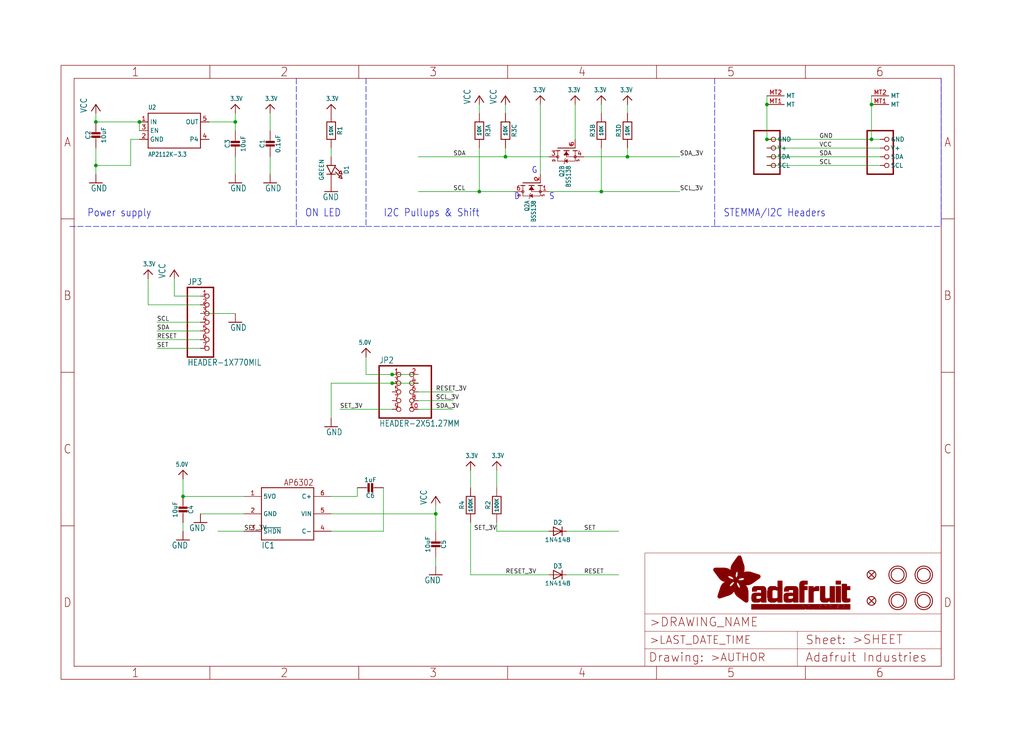
<source format=kicad_sch>
(kicad_sch (version 20211123) (generator eeschema)
  (paper "User" 298.45 217.881)
  (lib_symbols
    (symbol "eagleSchem-eagle-import:3.3V" (power)
      (property "Value" "3.3V" (at -1.524 1.016 0))
      (symbol "3.3V_1_0"
        (pin power_in line (at 0 -2.54 90) (length 2.54) (name "3.3V") (number "1"))
      )
    )
    (symbol "eagleSchem-eagle-import:5.0V" (power)
      (property "Value" "5.0V" (at -1.524 1.016 0))
      (symbol "5.0V_1_0"
        (pin power_in line (at 0 -2.54 90) (length 2.54) (name "5.0V") (number "1"))
      )
    )
    (symbol "eagleSchem-eagle-import:AP3602"
      (property "Reference" "IC" (at -7.62 -10.16 0))
      (symbol "AP3602_1_0"
        (text "AP6302" (at 7.62 10.16 0) (effects (font (size 1.778 1.5113)) (justify right top)))
        (pin power_in line (at -12.7 5.08 0) (length 5.08) (name "5VO") (number "1"))
        (pin power_in line (at -12.7 0 0) (length 5.08) (name "GND") (number "2"))
        (pin input line (at -12.7 -5.08 0) (length 5.08) (name "~{SHDN}") (number "3"))
        (pin bidirectional line (at 12.7 -5.08 180) (length 5.08) (name "C-") (number "4"))
        (pin power_in line (at 12.7 0 180) (length 5.08) (name "VIN") (number "5"))
        (pin bidirectional line (at 12.7 5.08 180) (length 5.08) (name "C+") (number "6"))
      )
    )
    (symbol "eagleSchem-eagle-import:CAP_CERAMIC0603_NO"
      (property "Reference" "C" (at -2.29 1.25 90))
      (property "Value" "CAP_CERAMIC0603_NO" (at 2.3 1.25 90))
      (symbol "CAP_CERAMIC0603_NO_1_0"
        (pin passive line (at 0 5.08 270) (length 2.54) (name "1") (number "1"))
        (pin passive line (at 0 -2.54 90) (length 2.54) (name "2") (number "2"))
      )
    )
    (symbol "eagleSchem-eagle-import:CAP_CERAMIC0805-NOOUTLINE"
      (property "Reference" "C" (at -2.29 1.25 90))
      (property "Value" "CAP_CERAMIC0805-NOOUTLINE" (at 2.3 1.25 90))
      (symbol "CAP_CERAMIC0805-NOOUTLINE_1_0"
        (pin passive line (at 0 5.08 270) (length 2.54) (name "1") (number "1"))
        (pin passive line (at 0 -2.54 90) (length 2.54) (name "2") (number "2"))
      )
    )
    (symbol "eagleSchem-eagle-import:CAP_CERAMIC0805_10MGAP"
      (property "Reference" "C" (at -2.29 1.25 90))
      (property "Value" "CAP_CERAMIC0805_10MGAP" (at 2.3 1.25 90))
      (symbol "CAP_CERAMIC0805_10MGAP_1_0"
        (pin passive line (at 0 5.08 270) (length 2.54) (name "1") (number "1"))
        (pin passive line (at 0 -2.54 90) (length 2.54) (name "2") (number "2"))
      )
    )
    (symbol "eagleSchem-eagle-import:DIODESOD-323"
      (property "Reference" "D" (at 0 2.54 0))
      (property "Value" "DIODESOD-323" (at 0 -2.5 0))
      (symbol "DIODESOD-323_1_0"
        (pin passive line (at -2.54 0 0) (length 2.54) (name "A") (number "A"))
        (pin passive line (at 2.54 0 180) (length 2.54) (name "C") (number "C"))
      )
    )
    (symbol "eagleSchem-eagle-import:FIDUCIAL_1MM")
    (symbol "eagleSchem-eagle-import:FRAME_A4_ADAFRUIT"
      (symbol "FRAME_A4_ADAFRUIT_0_0"
        (text "1" (at 21.6958 1.905 0) (effects (font (size 2.54 2.286))))
        (text "1" (at 21.6958 177.165 0) (effects (font (size 2.54 2.286))))
        (text "2" (at 65.0875 1.905 0) (effects (font (size 2.54 2.286))))
        (text "2" (at 65.0875 177.165 0) (effects (font (size 2.54 2.286))))
        (text "3" (at 108.4792 1.905 0) (effects (font (size 2.54 2.286))))
        (text "3" (at 108.4792 177.165 0) (effects (font (size 2.54 2.286))))
        (text "4" (at 151.8708 1.905 0) (effects (font (size 2.54 2.286))))
        (text "4" (at 151.8708 177.165 0) (effects (font (size 2.54 2.286))))
        (text "5" (at 195.2625 1.905 0) (effects (font (size 2.54 2.286))))
        (text "5" (at 195.2625 177.165 0) (effects (font (size 2.54 2.286))))
        (text "6" (at 238.6542 1.905 0) (effects (font (size 2.54 2.286))))
        (text "6" (at 238.6542 177.165 0) (effects (font (size 2.54 2.286))))
        (text "A" (at 1.905 156.6863 0) (effects (font (size 2.54 2.286))))
        (text "A" (at 258.445 156.6863 0) (effects (font (size 2.54 2.286))))
        (text "B" (at 1.905 111.9188 0) (effects (font (size 2.54 2.286))))
        (text "B" (at 258.445 111.9188 0) (effects (font (size 2.54 2.286))))
        (text "C" (at 1.905 67.1513 0) (effects (font (size 2.54 2.286))))
        (text "C" (at 258.445 67.1513 0) (effects (font (size 2.54 2.286))))
        (text "D" (at 1.905 22.3838 0) (effects (font (size 2.54 2.286))))
        (text "D" (at 258.445 22.3838 0) (effects (font (size 2.54 2.286))))
      )
      (symbol "FRAME_A4_ADAFRUIT_1_0"
        (text ">AUTHOR" (at 189.23 5.08 0) (effects (font (size 2.286 2.286)) (justify left bottom)))
        (text ">DRAWING_NAME" (at 171.45 15.24 0) (effects (font (size 2.54 2.54)) (justify left bottom)))
        (text ">LAST_DATE_TIME" (at 171.45 10.16 0) (effects (font (size 2.286 2.286)) (justify left bottom)))
        (text ">SHEET" (at 230.505 10.16 0) (effects (font (size 2.54 2.54)) (justify left bottom)))
        (text "Adafruit Industries" (at 216.916 4.953 0) (effects (font (size 2.54 2.54)) (justify left bottom)))
        (text "Drawing:" (at 171.196 4.953 0) (effects (font (size 2.54 2.54)) (justify left bottom)))
        (text "Sheet:" (at 216.916 10.033 0) (effects (font (size 2.54 2.54)) (justify left bottom)))
      )
    )
    (symbol "eagleSchem-eagle-import:GND" (power)
      (property "Value" "GND" (at -2.54 -2.54 0))
      (symbol "GND_1_0"
        (pin power_in line (at 0 2.54 270) (length 2.54) (name "GND") (number "1"))
      )
    )
    (symbol "eagleSchem-eagle-import:HEADER-1X770MIL"
      (property "Reference" "JP" (at -6.35 10.795 0))
      (property "Value" "HEADER-1X770MIL" (at -6.35 -12.7 0))
      (symbol "HEADER-1X770MIL_1_0"
        (pin passive inverted (at -2.54 7.62 0) (length 2.54) (name "1") (number "1"))
        (pin passive inverted (at -2.54 5.08 0) (length 2.54) (name "2") (number "2"))
        (pin passive inverted (at -2.54 2.54 0) (length 2.54) (name "3") (number "3"))
        (pin passive inverted (at -2.54 0 0) (length 2.54) (name "4") (number "4"))
        (pin passive inverted (at -2.54 -2.54 0) (length 2.54) (name "5") (number "5"))
        (pin passive inverted (at -2.54 -5.08 0) (length 2.54) (name "6") (number "6"))
        (pin passive inverted (at -2.54 -7.62 0) (length 2.54) (name "7") (number "7"))
      )
    )
    (symbol "eagleSchem-eagle-import:HEADER-2X51.27MM"
      (property "Reference" "JP" (at -6.35 8.255 0))
      (property "Value" "HEADER-2X51.27MM" (at -6.35 -10.16 0))
      (symbol "HEADER-2X51.27MM_1_0"
        (pin passive inverted (at -2.54 5.08 0) (length 2.54) (name "1") (number "1"))
        (pin passive inverted (at 5.08 -5.08 180) (length 2.54) (name "10") (number "10"))
        (pin passive inverted (at 5.08 5.08 180) (length 2.54) (name "2") (number "2"))
        (pin passive inverted (at -2.54 2.54 0) (length 2.54) (name "3") (number "3"))
        (pin passive inverted (at 5.08 2.54 180) (length 2.54) (name "4") (number "4"))
        (pin passive inverted (at -2.54 0 0) (length 2.54) (name "5") (number "5"))
        (pin passive inverted (at 5.08 0 180) (length 2.54) (name "6") (number "6"))
        (pin passive inverted (at -2.54 -2.54 0) (length 2.54) (name "7") (number "7"))
        (pin passive inverted (at 5.08 -2.54 180) (length 2.54) (name "8") (number "8"))
        (pin passive inverted (at -2.54 -5.08 0) (length 2.54) (name "9") (number "9"))
      )
    )
    (symbol "eagleSchem-eagle-import:LED0603_NOOUTLINE"
      (property "Reference" "D" (at -1.27 4.445 0))
      (property "Value" "LED0603_NOOUTLINE" (at -1.27 -2.794 0))
      (symbol "LED0603_NOOUTLINE_1_0"
        (pin passive line (at -5.08 0 0) (length 2.54) (name "A") (number "A"))
        (pin passive line (at 2.54 0 180) (length 2.54) (name "C") (number "C"))
      )
    )
    (symbol "eagleSchem-eagle-import:MOSFET-N_DUAL"
      (property "Reference" "Q" (at 5.08 0.635 0))
      (property "Value" "MOSFET-N_DUAL" (at 5.08 -1.27 0))
      (symbol "MOSFET-N_DUAL_1_0"
        (text "D" (at 3.175 3.175 0) (effects (font (size 0.8128 0.6908)) (justify left bottom)))
        (text "G" (at -1.27 -1.905 0) (effects (font (size 0.8128 0.6908)) (justify left bottom)))
        (text "S" (at 3.175 -3.81 0) (effects (font (size 0.8128 0.6908)) (justify left bottom)))
        (pin bidirectional line (at 2.54 -5.08 90) (length 2.54) (name "S") (number "1"))
        (pin bidirectional line (at -2.54 -2.54 0) (length 2.54) (name "G") (number "2"))
        (pin bidirectional line (at 2.54 5.08 270) (length 2.54) (name "D") (number "6"))
      )
      (symbol "MOSFET-N_DUAL_2_0"
        (text "D" (at 3.175 3.175 0) (effects (font (size 0.8128 0.6908)) (justify left bottom)))
        (text "G" (at -1.27 -1.905 0) (effects (font (size 0.8128 0.6908)) (justify left bottom)))
        (text "S" (at 3.175 -3.81 0) (effects (font (size 0.8128 0.6908)) (justify left bottom)))
        (pin bidirectional line (at 2.54 5.08 270) (length 2.54) (name "D") (number "3"))
        (pin bidirectional line (at 2.54 -5.08 90) (length 2.54) (name "S") (number "4"))
        (pin bidirectional line (at -2.54 -2.54 0) (length 2.54) (name "G") (number "5"))
      )
    )
    (symbol "eagleSchem-eagle-import:MOUNTINGHOLE2.5")
    (symbol "eagleSchem-eagle-import:RESISTOR_0603_NOOUT"
      (property "Reference" "R" (at 0 2.54 0))
      (property "Value" "RESISTOR_0603_NOOUT" (at 0 0 0))
      (symbol "RESISTOR_0603_NOOUT_1_0"
        (pin passive line (at -5.08 0 0) (length 2.54) (name "1") (number "1"))
        (pin passive line (at 5.08 0 180) (length 2.54) (name "2") (number "2"))
      )
    )
    (symbol "eagleSchem-eagle-import:RESISTOR_4PACK"
      (property "Reference" "R" (at 0 2.54 0))
      (property "Value" "RESISTOR_4PACK" (at 0 0 0))
      (symbol "RESISTOR_4PACK_1_0"
        (pin passive line (at -5.08 0 0) (length 2.54) (name "1") (number "1"))
        (pin passive line (at 5.08 0 180) (length 2.54) (name "2") (number "8"))
      )
      (symbol "RESISTOR_4PACK_2_0"
        (pin passive line (at -5.08 0 0) (length 2.54) (name "1") (number "2"))
        (pin passive line (at 5.08 0 180) (length 2.54) (name "2") (number "7"))
      )
      (symbol "RESISTOR_4PACK_3_0"
        (pin passive line (at -5.08 0 0) (length 2.54) (name "1") (number "3"))
        (pin passive line (at 5.08 0 180) (length 2.54) (name "2") (number "6"))
      )
      (symbol "RESISTOR_4PACK_4_0"
        (pin passive line (at -5.08 0 0) (length 2.54) (name "1") (number "4"))
        (pin passive line (at 5.08 0 180) (length 2.54) (name "2") (number "5"))
      )
    )
    (symbol "eagleSchem-eagle-import:STEMMA_I2C_QT"
      (symbol "STEMMA_I2C_QT_1_0"
        (pin passive inverted (at 0 5.08 0) (length 2.54) (name "GND") (number "1"))
        (pin passive inverted (at 0 2.54 0) (length 2.54) (name "V+") (number "2"))
        (pin passive inverted (at 0 0 0) (length 2.54) (name "SDA") (number "3"))
        (pin passive inverted (at 0 -2.54 0) (length 2.54) (name "SCL") (number "4"))
      )
      (symbol "STEMMA_I2C_QT_2_0"
        (pin bidirectional line (at 0 0 0) (length 5.08) (name "MT") (number "MT1"))
      )
      (symbol "STEMMA_I2C_QT_3_0"
        (pin bidirectional line (at 0 0 0) (length 5.08) (name "MT") (number "MT2"))
      )
    )
    (symbol "eagleSchem-eagle-import:VCC" (power)
      (property "Value" "VCC" (at -2.54 -2.54 90))
      (symbol "VCC_1_0"
        (pin power_in line (at 0 -2.54 90) (length 2.54) (name "VCC") (number "1"))
      )
    )
    (symbol "eagleSchem-eagle-import:VREG_SOT23-5"
      (property "Reference" "U" (at -7.62 6.096 0))
      (property "Value" "VREG_SOT23-5" (at -7.62 -7.62 0))
      (symbol "VREG_SOT23-5_1_0"
        (pin power_in line (at -10.16 2.54 0) (length 2.54) (name "IN") (number "1"))
        (pin power_in line (at -10.16 -2.54 0) (length 2.54) (name "GND") (number "2"))
        (pin input line (at -10.16 0 0) (length 2.54) (name "EN") (number "3"))
        (pin bidirectional line (at 10.16 -2.54 180) (length 2.54) (name "P4") (number "4"))
        (pin power_in line (at 10.16 2.54 180) (length 2.54) (name "OUT") (number "5"))
      )
    )
  )
  (junction (at 127 149.86))
  (junction (at 68.58 35.56))
  (junction (at 53.34 144.78))
  (junction (at 175.26 55.88))
  (junction (at 254 30.48))
  (junction (at 223.52 40.64))
  (junction (at 139.7 55.88))
  (junction (at 254 40.64))
  (junction (at 147.32 45.72))
  (junction (at 114.3 111.76))
  (junction (at 223.52 30.48))
  (junction (at 27.94 48.26))
  (junction (at 114.3 109.22))
  (junction (at 40.64 35.56))
  (junction (at 182.88 45.72))
  (junction (at 27.94 35.56))
  (wire (pts (xy 68.58 35.56) (xy 68.58 33.02)))
  (wire (pts (xy 96.52 149.86) (xy 127 149.86)))
  (wire (pts (xy 71.12 144.78) (xy 53.34 144.78)))
  (wire (pts (xy 58.42 99.06) (xy 45.72 99.06)))
  (wire (pts (xy 27.94 48.26) (xy 27.94 50.8)))
  (wire (pts (xy 40.64 40.64) (xy 38.1 40.64)))
  (wire (pts (xy 53.34 144.78) (xy 53.34 139.7)))
  (wire (pts (xy 175.26 55.88) (xy 198.12 55.88)))
  (wire (pts (xy 223.52 48.26) (xy 256.54 48.26)))
  (wire (pts (xy 170.18 45.72) (xy 182.88 45.72)))
  (wire (pts (xy 96.52 144.78) (xy 104.14 144.78)))
  (wire (pts (xy 165.1 154.94) (xy 180.34 154.94)))
  (polyline (pts (xy 106.68 66.04) (xy 208.28 66.04)))
  (wire (pts (xy 182.88 43.18) (xy 182.88 45.72)))
  (wire (pts (xy 147.32 43.18) (xy 147.32 45.72)))
  (wire (pts (xy 121.92 111.76) (xy 114.3 111.76)))
  (wire (pts (xy 121.92 119.38) (xy 132.08 119.38)))
  (wire (pts (xy 254 40.64) (xy 223.52 40.64)))
  (polyline (pts (xy 274.32 22.86) (xy 274.32 66.04)))
  (wire (pts (xy 96.52 45.72) (xy 96.52 43.18)))
  (wire (pts (xy 160.02 154.94) (xy 144.78 154.94)))
  (wire (pts (xy 78.74 45.72) (xy 78.74 50.8)))
  (polyline (pts (xy 20.32 66.04) (xy 86.36 66.04)))
  (wire (pts (xy 165.1 167.64) (xy 180.34 167.64)))
  (wire (pts (xy 104.14 144.78) (xy 104.14 142.24)))
  (wire (pts (xy 58.42 96.52) (xy 45.72 96.52)))
  (wire (pts (xy 139.7 55.88) (xy 121.92 55.88)))
  (wire (pts (xy 96.52 111.76) (xy 96.52 121.92)))
  (wire (pts (xy 68.58 45.72) (xy 68.58 50.8)))
  (wire (pts (xy 137.16 137.16) (xy 137.16 142.24)))
  (wire (pts (xy 50.8 86.36) (xy 50.8 81.28)))
  (wire (pts (xy 43.18 88.9) (xy 43.18 81.28)))
  (wire (pts (xy 114.3 119.38) (xy 99.06 119.38)))
  (wire (pts (xy 58.42 91.44) (xy 68.58 91.44)))
  (wire (pts (xy 58.42 93.98) (xy 45.72 93.98)))
  (wire (pts (xy 223.52 27.94) (xy 223.52 30.48)))
  (wire (pts (xy 137.16 152.4) (xy 137.16 167.64)))
  (wire (pts (xy 149.86 55.88) (xy 139.7 55.88)))
  (wire (pts (xy 254 27.94) (xy 254 30.48)))
  (wire (pts (xy 60.96 35.56) (xy 68.58 35.56)))
  (wire (pts (xy 175.26 43.18) (xy 175.26 55.88)))
  (wire (pts (xy 27.94 48.26) (xy 27.94 43.18)))
  (wire (pts (xy 160.02 55.88) (xy 175.26 55.88)))
  (wire (pts (xy 58.42 86.36) (xy 50.8 86.36)))
  (wire (pts (xy 254 30.48) (xy 254 40.64)))
  (wire (pts (xy 96.52 154.94) (xy 111.76 154.94)))
  (polyline (pts (xy 208.28 66.04) (xy 274.32 66.04)))
  (wire (pts (xy 114.3 109.22) (xy 106.68 109.22)))
  (wire (pts (xy 223.52 43.18) (xy 256.54 43.18)))
  (wire (pts (xy 38.1 40.64) (xy 38.1 48.26)))
  (wire (pts (xy 111.76 154.94) (xy 111.76 142.24)))
  (wire (pts (xy 40.64 35.56) (xy 27.94 35.56)))
  (wire (pts (xy 127 162.56) (xy 127 165.1)))
  (wire (pts (xy 121.92 114.3) (xy 132.08 114.3)))
  (wire (pts (xy 160.02 45.72) (xy 147.32 45.72)))
  (wire (pts (xy 27.94 33.02) (xy 27.94 35.56)))
  (polyline (pts (xy 106.68 22.86) (xy 106.68 66.04)))
  (wire (pts (xy 106.68 109.22) (xy 106.68 104.14)))
  (wire (pts (xy 58.42 88.9) (xy 43.18 88.9)))
  (wire (pts (xy 78.74 33.02) (xy 78.74 38.1)))
  (wire (pts (xy 127 149.86) (xy 127 154.94)))
  (wire (pts (xy 182.88 45.72) (xy 198.12 45.72)))
  (polyline (pts (xy 208.28 22.86) (xy 208.28 66.04)))
  (wire (pts (xy 182.88 33.02) (xy 182.88 30.48)))
  (wire (pts (xy 223.52 30.48) (xy 223.52 40.64)))
  (wire (pts (xy 139.7 30.48) (xy 139.7 33.02)))
  (wire (pts (xy 38.1 48.26) (xy 27.94 48.26)))
  (wire (pts (xy 53.34 152.4) (xy 53.34 154.94)))
  (wire (pts (xy 132.08 116.84) (xy 121.92 116.84)))
  (wire (pts (xy 68.58 35.56) (xy 68.58 38.1)))
  (wire (pts (xy 175.26 33.02) (xy 175.26 30.48)))
  (wire (pts (xy 147.32 33.02) (xy 147.32 30.48)))
  (wire (pts (xy 167.64 40.64) (xy 167.64 30.48)))
  (polyline (pts (xy 86.36 22.86) (xy 86.36 66.04)))
  (wire (pts (xy 144.78 152.4) (xy 144.78 154.94)))
  (wire (pts (xy 137.16 167.64) (xy 160.02 167.64)))
  (wire (pts (xy 114.3 109.22) (xy 121.92 109.22)))
  (wire (pts (xy 40.64 38.1) (xy 40.64 35.56)))
  (polyline (pts (xy 86.36 66.04) (xy 106.68 66.04)))
  (wire (pts (xy 58.42 149.86) (xy 71.12 149.86)))
  (wire (pts (xy 58.42 101.6) (xy 45.72 101.6)))
  (wire (pts (xy 256.54 45.72) (xy 223.52 45.72)))
  (wire (pts (xy 157.48 50.8) (xy 157.48 30.48)))
  (wire (pts (xy 256.54 40.64) (xy 254 40.64)))
  (wire (pts (xy 71.12 154.94) (xy 63.5 154.94)))
  (wire (pts (xy 127 149.86) (xy 127 147.32)))
  (wire (pts (xy 144.78 142.24) (xy 144.78 137.16)))
  (wire (pts (xy 147.32 45.72) (xy 121.92 45.72)))
  (wire (pts (xy 139.7 43.18) (xy 139.7 55.88)))
  (wire (pts (xy 114.3 111.76) (xy 96.52 111.76)))
  (text "S" (at 160.02 58.42 180) (effects (font (size 1.778 1.5113)) (justify left bottom)))
  (text "Power supply" (at 25.4 63.5 180) (effects (font (size 2.1844 1.8567)) (justify left bottom)))
  (text "STEMMA/I2C Headers" (at 210.82 63.5 180) (effects (font (size 2.1844 1.8567)) (justify left bottom)))
  (text "I2C Pullups & Shift" (at 111.76 63.5 180) (effects (font (size 2.1844 1.8567)) (justify left bottom)))
  (text "D" (at 149.86 58.42 180) (effects (font (size 1.778 1.5113)) (justify left bottom)))
  (text "ON LED" (at 88.9 63.5 180) (effects (font (size 2.1844 1.8567)) (justify left bottom)))
  (text "G" (at 154.94 50.8 180) (effects (font (size 1.778 1.5113)) (justify left bottom)))
  (label "SDA_3V" (at 127 119.38 0) (effects (font (size 1.2446 1.2446))))
  (label "SDA" (at 45.72 96.52 0) (effects (font (size 1.2446 1.2446))))
  (label "SCL" (at 132.08 55.88 0) (effects (font (size 1.2446 1.2446))))
  (label "SET_3V" (at 99.06 119.38 0) (effects (font (size 1.2446 1.2446))))
  (label "RESET_3V" (at 147.32 167.64 0) (effects (font (size 1.2446 1.2446))))
  (label "RESET" (at 45.72 99.06 0) (effects (font (size 1.2446 1.2446))))
  (label "SET_3V" (at 144.78 154.94 180) (effects (font (size 1.2446 1.2446))))
  (label "RESET_3V" (at 127 114.3 0) (effects (font (size 1.2446 1.2446))))
  (label "SCL" (at 45.72 93.98 0) (effects (font (size 1.2446 1.2446))))
  (label "SCL" (at 238.76 48.26 0) (effects (font (size 1.2446 1.2446))))
  (label "SET" (at 170.18 154.94 0) (effects (font (size 1.2446 1.2446))))
  (label "SCL_3V" (at 198.12 55.88 0) (effects (font (size 1.2446 1.2446))))
  (label "RESET" (at 170.18 167.64 0) (effects (font (size 1.2446 1.2446))))
  (label "SDA" (at 132.08 45.72 0) (effects (font (size 1.2446 1.2446))))
  (label "SDA_3V" (at 198.12 45.72 0) (effects (font (size 1.2446 1.2446))))
  (label "VCC" (at 238.76 43.18 0) (effects (font (size 1.2446 1.2446))))
  (label "GND" (at 238.76 40.64 0) (effects (font (size 1.2446 1.2446))))
  (label "SET" (at 45.72 101.6 0) (effects (font (size 1.2446 1.2446))))
  (label "SCL_3V" (at 127 116.84 0) (effects (font (size 1.2446 1.2446))))
  (label "SDA" (at 238.76 45.72 0) (effects (font (size 1.2446 1.2446))))
  (label "SET_3V" (at 71.12 154.94 0) (effects (font (size 1.2446 1.2446))))
  (symbol (lib_id "eagleSchem-eagle-import:STEMMA_I2C_QT") (at 256.54 45.72 0) (unit 1)
    (property "Reference" "CONN4" (effects hide))
    (property "Value" "STEMMA_I2C_QT" (effects hide))
    (property "Footprint" "eagleSchem:JST_SH4" (effects hide))
  )
  (symbol (lib_id "eagleSchem-eagle-import:RESISTOR_4PACK") (at 147.32 38.1 270) (unit 3)
    (property "Reference" "R3" (at 149.86 38.1 0))
    (property "Value" "10K" (at 147.32 38.1 0) (effects (font (size 1.016 1.016) bold)))
    (property "Footprint" "eagleSchem:RESPACK_4X0603" (effects hide))
  )
  (symbol (lib_id "eagleSchem-eagle-import:CAP_CERAMIC0805-NOOUTLINE") (at 27.94 40.64 0) (unit 1)
    (property "Reference" "C2" (at 25.65 39.39 90))
    (property "Value" "10uF" (at 30.24 39.39 90))
    (property "Footprint" "eagleSchem:0805-NO" (effects hide))
  )
  (symbol (lib_id "eagleSchem-eagle-import:RESISTOR_4PACK") (at 139.7 38.1 270) (unit 1)
    (property "Reference" "R3" (at 142.24 38.1 0))
    (property "Value" "10K" (at 139.7 38.1 0) (effects (font (size 1.016 1.016) bold)))
    (property "Footprint" "eagleSchem:RESPACK_4X0603" (effects hide))
  )
  (symbol (lib_id "eagleSchem-eagle-import:HEADER-1X770MIL") (at 60.96 93.98 0) (unit 1)
    (property "Reference" "JP3" (at 54.61 83.185 0) (effects (font (size 1.778 1.5113)) (justify left bottom)))
    (property "Value" "HEADER-1X770MIL" (at 54.61 106.68 0) (effects (font (size 1.778 1.5113)) (justify left bottom)))
    (property "Footprint" "eagleSchem:1X07_ROUND_70" (effects hide))
  )
  (symbol (lib_id "eagleSchem-eagle-import:VCC") (at 50.8 78.74 0) (unit 1)
    (property "Reference" "#P+4" (effects hide))
    (property "Value" "VCC" (at 48.26 81.28 90) (effects (font (size 1.778 1.5113)) (justify left bottom)))
    (property "Footprint" "eagleSchem:" (effects hide))
  )
  (symbol (lib_id "eagleSchem-eagle-import:STEMMA_I2C_QT") (at 223.52 45.72 0) (unit 1)
    (property "Reference" "CONN3" (effects hide))
    (property "Value" "STEMMA_I2C_QT" (effects hide))
    (property "Footprint" "eagleSchem:JST_SH4" (effects hide))
  )
  (symbol (lib_id "eagleSchem-eagle-import:CAP_CERAMIC0805-NOOUTLINE") (at 106.68 142.24 270) (mirror x) (unit 1)
    (property "Reference" "C6" (at 107.93 144.53 90))
    (property "Value" "1uF" (at 107.93 139.94 90))
    (property "Footprint" "eagleSchem:0805-NO" (effects hide))
  )
  (symbol (lib_id "eagleSchem-eagle-import:RESISTOR_4PACK") (at 182.88 38.1 90) (mirror x) (unit 4)
    (property "Reference" "R3" (at 180.34 38.1 0))
    (property "Value" "10K" (at 182.88 38.1 0) (effects (font (size 1.016 1.016) bold)))
    (property "Footprint" "eagleSchem:RESPACK_4X0603" (effects hide))
  )
  (symbol (lib_id "eagleSchem-eagle-import:STEMMA_I2C_QT") (at 254 27.94 0) (unit 3)
    (property "Reference" "CONN4" (effects hide))
    (property "Value" "STEMMA_I2C_QT" (effects hide))
    (property "Footprint" "eagleSchem:JST_SH4" (effects hide))
  )
  (symbol (lib_id "eagleSchem-eagle-import:3.3V") (at 43.18 78.74 0) (unit 1)
    (property "Reference" "#U$16" (effects hide))
    (property "Value" "3.3V" (at 41.656 77.724 0) (effects (font (size 1.27 1.0795)) (justify left bottom)))
    (property "Footprint" "eagleSchem:" (effects hide))
  )
  (symbol (lib_id "eagleSchem-eagle-import:GND") (at 96.52 124.46 0) (unit 1)
    (property "Reference" "#U$2" (effects hide))
    (property "Value" "GND" (at 94.996 127 0) (effects (font (size 1.778 1.5113)) (justify left bottom)))
    (property "Footprint" "eagleSchem:" (effects hide))
  )
  (symbol (lib_id "eagleSchem-eagle-import:3.3V") (at 78.74 30.48 0) (unit 1)
    (property "Reference" "#U$14" (effects hide))
    (property "Value" "3.3V" (at 77.216 29.464 0) (effects (font (size 1.27 1.0795)) (justify left bottom)))
    (property "Footprint" "eagleSchem:" (effects hide))
  )
  (symbol (lib_id "eagleSchem-eagle-import:GND") (at 53.34 157.48 0) (mirror y) (unit 1)
    (property "Reference" "#U$4" (effects hide))
    (property "Value" "GND" (at 54.864 160.02 0) (effects (font (size 1.778 1.5113)) (justify left bottom)))
    (property "Footprint" "eagleSchem:" (effects hide))
  )
  (symbol (lib_id "eagleSchem-eagle-import:VREG_SOT23-5") (at 50.8 38.1 0) (unit 1)
    (property "Reference" "U2" (at 43.18 32.004 0) (effects (font (size 1.27 1.0795)) (justify left bottom)))
    (property "Value" "AP2112K-3.3" (at 43.18 45.72 0) (effects (font (size 1.27 1.0795)) (justify left bottom)))
    (property "Footprint" "eagleSchem:SOT23-5" (effects hide))
  )
  (symbol (lib_id "eagleSchem-eagle-import:STEMMA_I2C_QT") (at 223.52 27.94 0) (unit 3)
    (property "Reference" "CONN3" (effects hide))
    (property "Value" "STEMMA_I2C_QT" (effects hide))
    (property "Footprint" "eagleSchem:JST_SH4" (effects hide))
  )
  (symbol (lib_id "eagleSchem-eagle-import:GND") (at 78.74 53.34 0) (unit 1)
    (property "Reference" "#U$6" (effects hide))
    (property "Value" "GND" (at 77.216 55.88 0) (effects (font (size 1.778 1.5113)) (justify left bottom)))
    (property "Footprint" "eagleSchem:" (effects hide))
  )
  (symbol (lib_id "eagleSchem-eagle-import:3.3V") (at 137.16 134.62 0) (unit 1)
    (property "Reference" "#U$12" (effects hide))
    (property "Value" "3.3V" (at 135.636 133.604 0) (effects (font (size 1.27 1.0795)) (justify left bottom)))
    (property "Footprint" "eagleSchem:" (effects hide))
  )
  (symbol (lib_id "eagleSchem-eagle-import:VCC") (at 139.7 27.94 0) (unit 1)
    (property "Reference" "#P+1" (effects hide))
    (property "Value" "VCC" (at 137.16 30.48 90) (effects (font (size 1.778 1.5113)) (justify left bottom)))
    (property "Footprint" "eagleSchem:" (effects hide))
  )
  (symbol (lib_id "eagleSchem-eagle-import:RESISTOR_0603_NOOUT") (at 137.16 147.32 90) (mirror x) (unit 1)
    (property "Reference" "R4" (at 134.62 147.32 0))
    (property "Value" "100K" (at 137.16 147.32 0) (effects (font (size 1.016 1.016) bold)))
    (property "Footprint" "eagleSchem:0603-NO" (effects hide))
  )
  (symbol (lib_id "eagleSchem-eagle-import:GND") (at 68.58 53.34 0) (unit 1)
    (property "Reference" "#U$5" (effects hide))
    (property "Value" "GND" (at 67.056 55.88 0) (effects (font (size 1.778 1.5113)) (justify left bottom)))
    (property "Footprint" "eagleSchem:" (effects hide))
  )
  (symbol (lib_id "eagleSchem-eagle-import:3.3V") (at 96.52 30.48 0) (unit 1)
    (property "Reference" "#U$3" (effects hide))
    (property "Value" "3.3V" (at 94.996 29.464 0) (effects (font (size 1.27 1.0795)) (justify left bottom)))
    (property "Footprint" "eagleSchem:" (effects hide))
  )
  (symbol (lib_id "eagleSchem-eagle-import:GND") (at 58.42 152.4 0) (mirror y) (unit 1)
    (property "Reference" "#U$20" (effects hide))
    (property "Value" "GND" (at 59.944 154.94 0) (effects (font (size 1.778 1.5113)) (justify left bottom)))
    (property "Footprint" "eagleSchem:" (effects hide))
  )
  (symbol (lib_id "eagleSchem-eagle-import:GND") (at 96.52 55.88 0) (unit 1)
    (property "Reference" "#GND6" (effects hide))
    (property "Value" "GND" (at 93.98 58.42 0) (effects (font (size 1.778 1.5113)) (justify left bottom)))
    (property "Footprint" "eagleSchem:" (effects hide))
  )
  (symbol (lib_id "eagleSchem-eagle-import:VCC") (at 27.94 30.48 0) (unit 1)
    (property "Reference" "#P+3" (effects hide))
    (property "Value" "VCC" (at 25.4 33.02 90) (effects (font (size 1.778 1.5113)) (justify left bottom)))
    (property "Footprint" "eagleSchem:" (effects hide))
  )
  (symbol (lib_id "eagleSchem-eagle-import:MOSFET-N_DUAL") (at 165.1 43.18 90) (mirror x) (unit 2)
    (property "Reference" "Q2" (at 164.465 48.26 0) (effects (font (size 1.27 1.0795)) (justify left bottom)))
    (property "Value" "BSS138" (at 166.37 48.26 0) (effects (font (size 1.27 1.0795)) (justify left bottom)))
    (property "Footprint" "eagleSchem:SOT363" (effects hide))
  )
  (symbol (lib_id "eagleSchem-eagle-import:HEADER-2X51.27MM") (at 116.84 114.3 0) (unit 1)
    (property "Reference" "JP2" (at 110.49 106.045 0) (effects (font (size 1.778 1.5113)) (justify left bottom)))
    (property "Value" "HEADER-2X51.27MM" (at 110.49 124.46 0) (effects (font (size 1.778 1.5113)) (justify left bottom)))
    (property "Footprint" "eagleSchem:2X05_1.27MM_SMT" (effects hide))
  )
  (symbol (lib_id "eagleSchem-eagle-import:CAP_CERAMIC0805-NOOUTLINE") (at 68.58 43.18 0) (unit 1)
    (property "Reference" "C3" (at 66.29 41.93 90))
    (property "Value" "10uF" (at 70.88 41.93 90))
    (property "Footprint" "eagleSchem:0805-NO" (effects hide))
  )
  (symbol (lib_id "eagleSchem-eagle-import:3.3V") (at 157.48 27.94 0) (mirror y) (unit 1)
    (property "Reference" "#U$26" (effects hide))
    (property "Value" "3.3V" (at 159.004 26.924 0) (effects (font (size 1.27 1.0795)) (justify left bottom)))
    (property "Footprint" "eagleSchem:" (effects hide))
  )
  (symbol (lib_id "eagleSchem-eagle-import:MOUNTINGHOLE2.5") (at 269.24 167.64 0) (unit 1)
    (property "Reference" "U$19" (effects hide))
    (property "Value" "MOUNTINGHOLE2.5" (effects hide))
    (property "Footprint" "eagleSchem:MOUNTINGHOLE_2.5_PLATED" (effects hide))
  )
  (symbol (lib_id "eagleSchem-eagle-import:3.3V") (at 175.26 27.94 0) (mirror y) (unit 1)
    (property "Reference" "#U$24" (effects hide))
    (property "Value" "3.3V" (at 176.784 26.924 0) (effects (font (size 1.27 1.0795)) (justify left bottom)))
    (property "Footprint" "eagleSchem:" (effects hide))
  )
  (symbol (lib_id "eagleSchem-eagle-import:GND") (at 68.58 93.98 0) (unit 1)
    (property "Reference" "#U$10" (effects hide))
    (property "Value" "GND" (at 67.056 96.52 0) (effects (font (size 1.778 1.5113)) (justify left bottom)))
    (property "Footprint" "eagleSchem:" (effects hide))
  )
  (symbol (lib_id "eagleSchem-eagle-import:MOUNTINGHOLE2.5") (at 269.24 175.26 0) (unit 1)
    (property "Reference" "U$21" (effects hide))
    (property "Value" "MOUNTINGHOLE2.5" (effects hide))
    (property "Footprint" "eagleSchem:MOUNTINGHOLE_2.5_PLATED" (effects hide))
  )
  (symbol (lib_id "eagleSchem-eagle-import:VCC") (at 147.32 27.94 0) (unit 1)
    (property "Reference" "#P+2" (effects hide))
    (property "Value" "VCC" (at 144.78 30.48 90) (effects (font (size 1.778 1.5113)) (justify left bottom)))
    (property "Footprint" "eagleSchem:" (effects hide))
  )
  (symbol (lib_id "eagleSchem-eagle-import:MOSFET-N_DUAL") (at 154.94 53.34 90) (mirror x) (unit 1)
    (property "Reference" "Q2" (at 154.305 58.42 0) (effects (font (size 1.27 1.0795)) (justify left bottom)))
    (property "Value" "BSS138" (at 156.21 58.42 0) (effects (font (size 1.27 1.0795)) (justify left bottom)))
    (property "Footprint" "eagleSchem:SOT363" (effects hide))
  )
  (symbol (lib_id "eagleSchem-eagle-import:STEMMA_I2C_QT") (at 223.52 30.48 0) (unit 2)
    (property "Reference" "CONN3" (effects hide))
    (property "Value" "STEMMA_I2C_QT" (effects hide))
    (property "Footprint" "eagleSchem:JST_SH4" (effects hide))
  )
  (symbol (lib_id "eagleSchem-eagle-import:3.3V") (at 68.58 30.48 0) (unit 1)
    (property "Reference" "#U$15" (effects hide))
    (property "Value" "3.3V" (at 67.056 29.464 0) (effects (font (size 1.27 1.0795)) (justify left bottom)))
    (property "Footprint" "eagleSchem:" (effects hide))
  )
  (symbol (lib_id "eagleSchem-eagle-import:MOUNTINGHOLE2.5") (at 261.62 175.26 0) (unit 1)
    (property "Reference" "U$1" (effects hide))
    (property "Value" "MOUNTINGHOLE2.5" (effects hide))
    (property "Footprint" "eagleSchem:MOUNTINGHOLE_2.5_PLATED" (effects hide))
  )
  (symbol (lib_id "eagleSchem-eagle-import:3.3V") (at 182.88 27.94 0) (mirror y) (unit 1)
    (property "Reference" "#U$7" (effects hide))
    (property "Value" "3.3V" (at 184.404 26.924 0) (effects (font (size 1.27 1.0795)) (justify left bottom)))
    (property "Footprint" "eagleSchem:" (effects hide))
  )
  (symbol (lib_id "eagleSchem-eagle-import:VCC") (at 127 144.78 0) (unit 1)
    (property "Reference" "#P+5" (effects hide))
    (property "Value" "VCC" (at 124.46 147.32 90) (effects (font (size 1.778 1.5113)) (justify left bottom)))
    (property "Footprint" "eagleSchem:" (effects hide))
  )
  (symbol (lib_id "eagleSchem-eagle-import:DIODESOD-323") (at 162.56 167.64 0) (unit 1)
    (property "Reference" "D3" (at 162.56 165.1 0))
    (property "Value" "1N4148" (at 162.56 170.14 0))
    (property "Footprint" "eagleSchem:SOD-323" (effects hide))
  )
  (symbol (lib_id "eagleSchem-eagle-import:GND") (at 127 167.64 0) (mirror y) (unit 1)
    (property "Reference" "#U$8" (effects hide))
    (property "Value" "GND" (at 128.524 170.18 0) (effects (font (size 1.778 1.5113)) (justify left bottom)))
    (property "Footprint" "eagleSchem:" (effects hide))
  )
  (symbol (lib_id "eagleSchem-eagle-import:STEMMA_I2C_QT") (at 254 30.48 0) (unit 2)
    (property "Reference" "CONN4" (effects hide))
    (property "Value" "STEMMA_I2C_QT" (effects hide))
    (property "Footprint" "eagleSchem:JST_SH4" (effects hide))
  )
  (symbol (lib_id "eagleSchem-eagle-import:FIDUCIAL_1MM") (at 254 175.26 0) (unit 1)
    (property "Reference" "FID3" (effects hide))
    (property "Value" "FIDUCIAL_1MM" (effects hide))
    (property "Footprint" "eagleSchem:FIDUCIAL_1MM" (effects hide))
  )
  (symbol (lib_id "eagleSchem-eagle-import:GND") (at 27.94 53.34 0) (unit 1)
    (property "Reference" "#U$13" (effects hide))
    (property "Value" "GND" (at 26.416 55.88 0) (effects (font (size 1.778 1.5113)) (justify left bottom)))
    (property "Footprint" "eagleSchem:" (effects hide))
  )
  (symbol (lib_id "eagleSchem-eagle-import:DIODESOD-323") (at 162.56 154.94 0) (unit 1)
    (property "Reference" "D2" (at 162.56 152.4 0))
    (property "Value" "1N4148" (at 162.56 157.44 0))
    (property "Footprint" "eagleSchem:SOD-323" (effects hide))
  )
  (symbol (lib_id "eagleSchem-eagle-import:RESISTOR_0603_NOOUT") (at 144.78 147.32 90) (mirror x) (unit 1)
    (property "Reference" "R2" (at 142.24 147.32 0))
    (property "Value" "100K" (at 144.78 147.32 0) (effects (font (size 1.016 1.016) bold)))
    (property "Footprint" "eagleSchem:0603-NO" (effects hide))
  )
  (symbol (lib_id "eagleSchem-eagle-import:MOUNTINGHOLE2.5") (at 261.62 167.64 0) (unit 1)
    (property "Reference" "U$17" (effects hide))
    (property "Value" "MOUNTINGHOLE2.5" (effects hide))
    (property "Footprint" "eagleSchem:MOUNTINGHOLE_2.5_PLATED" (effects hide))
  )
  (symbol (lib_id "eagleSchem-eagle-import:AP3602") (at 83.82 149.86 0) (unit 1)
    (property "Reference" "IC1" (at 76.2 160.02 0) (effects (font (size 1.778 1.5113)) (justify left bottom)))
    (property "Value" "AP3602/RT9361" (effects hide))
    (property "Footprint" "eagleSchem:SOT23-6" (effects hide))
  )
  (symbol (lib_id "eagleSchem-eagle-import:RESISTOR_4PACK") (at 175.26 38.1 90) (mirror x) (unit 2)
    (property "Reference" "R3" (at 172.72 38.1 0))
    (property "Value" "10K" (at 175.26 38.1 0) (effects (font (size 1.016 1.016) bold)))
    (property "Footprint" "eagleSchem:RESPACK_4X0603" (effects hide))
  )
  (symbol (lib_id "eagleSchem-eagle-import:CAP_CERAMIC0805-NOOUTLINE") (at 53.34 149.86 0) (mirror y) (unit 1)
    (property "Reference" "C4" (at 55.63 148.61 90))
    (property "Value" "10uF" (at 51.04 148.61 90))
    (property "Footprint" "eagleSchem:0805-NO" (effects hide))
  )
  (symbol (lib_id "eagleSchem-eagle-import:RESISTOR_0603_NOOUT") (at 96.52 38.1 270) (unit 1)
    (property "Reference" "R1" (at 99.06 38.1 0))
    (property "Value" "10K" (at 96.52 38.1 0) (effects (font (size 1.016 1.016) bold)))
    (property "Footprint" "eagleSchem:0603-NO" (effects hide))
  )
  (symbol (lib_id "eagleSchem-eagle-import:3.3V") (at 144.78 134.62 0) (unit 1)
    (property "Reference" "#U$9" (effects hide))
    (property "Value" "3.3V" (at 143.256 133.604 0) (effects (font (size 1.27 1.0795)) (justify left bottom)))
    (property "Footprint" "eagleSchem:" (effects hide))
  )
  (symbol (lib_id "eagleSchem-eagle-import:5.0V") (at 106.68 101.6 0) (mirror y) (unit 1)
    (property "Reference" "#U$27" (effects hide))
    (property "Value" "5.0V" (at 108.204 100.584 0) (effects (font (size 1.27 1.0795)) (justify left bottom)))
    (property "Footprint" "eagleSchem:" (effects hide))
  )
  (symbol (lib_id "eagleSchem-eagle-import:FIDUCIAL_1MM") (at 254 167.64 0) (unit 1)
    (property "Reference" "FID4" (effects hide))
    (property "Value" "FIDUCIAL_1MM" (effects hide))
    (property "Footprint" "eagleSchem:FIDUCIAL_1MM" (effects hide))
  )
  (symbol (lib_id "eagleSchem-eagle-import:CAP_CERAMIC0805_10MGAP") (at 127 160.02 0) (mirror y) (unit 1)
    (property "Reference" "C5" (at 129.29 158.77 90))
    (property "Value" "10uF" (at 124.7 158.77 90))
    (property "Footprint" "eagleSchem:0805_10MGAP" (effects hide))
  )
  (symbol (lib_id "eagleSchem-eagle-import:LED0603_NOOUTLINE") (at 96.52 50.8 270) (unit 1)
    (property "Reference" "D1" (at 100.965 49.53 0))
    (property "Value" "GREEN" (at 93.726 49.53 0))
    (property "Footprint" "eagleSchem:CHIPLED_0603_NOOUTLINE" (effects hide))
  )
  (symbol (lib_id "eagleSchem-eagle-import:5.0V") (at 53.34 137.16 0) (mirror y) (unit 1)
    (property "Reference" "#U$11" (effects hide))
    (property "Value" "5.0V" (at 54.864 136.144 0) (effects (font (size 1.27 1.0795)) (justify left bottom)))
    (property "Footprint" "eagleSchem:" (effects hide))
  )
  (symbol (lib_id "eagleSchem-eagle-import:3.3V") (at 167.64 27.94 0) (mirror y) (unit 1)
    (property "Reference" "#U$23" (effects hide))
    (property "Value" "3.3V" (at 169.164 26.924 0) (effects (font (size 1.27 1.0795)) (justify left bottom)))
    (property "Footprint" "eagleSchem:" (effects hide))
  )
  (symbol (lib_id "eagleSchem-eagle-import:CAP_CERAMIC0603_NO") (at 78.74 43.18 0) (unit 1)
    (property "Reference" "C1" (at 76.45 41.93 90))
    (property "Value" "0.1uF" (at 81.04 41.93 90))
    (property "Footprint" "eagleSchem:0603-NO" (effects hide))
  )
  (symbol (lib_id "eagleSchem-eagle-import:FRAME_A4_ADAFRUIT") (at 17.78 198.12 0) (unit 1)
    (property "Reference" "#U$18" (effects hide))
    (property "Value" "FRAME_A4_ADAFRUIT" (effects hide))
    (property "Footprint" "eagleSchem:" (effects hide))
  )
)
</source>
